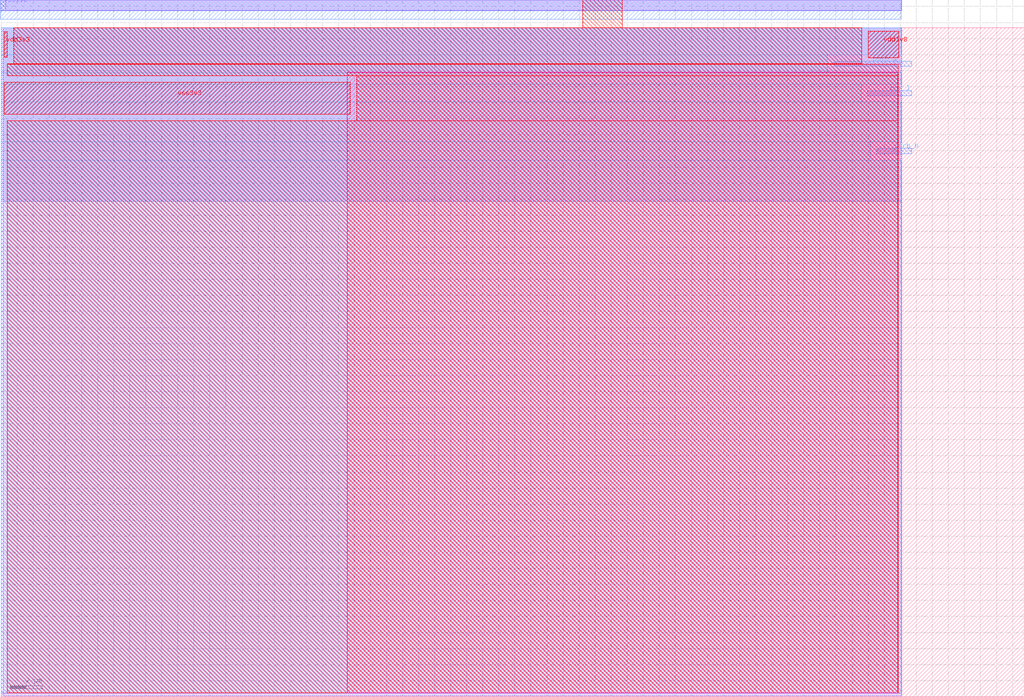
<source format=lef>
VERSION 5.7 ;
  NOWIREEXTENSIONATPIN ON ;
  DIVIDERCHAR "/" ;
  BUSBITCHARS "[]" ;
MACRO simple_por
  CLASS BLOCK ;
  FOREIGN simple_por ;
  ORIGIN 0.000 0.000 ;
  SIZE 63.720 BY 41.690 ;
  PIN vdd3v3
    DIRECTION INOUT ;
    USE POWER ;
    PORT
      LAYER met4 ;
        RECT 0.190 39.825 0.365 41.415 ;
    END
  END vdd3v3
  PIN vdd1v8
    DIRECTION INOUT ;
    USE POWER ;
    PORT
      LAYER met4 ;
        RECT 54.010 39.810 55.900 41.455 ;
    END
  END vdd1v8
  PIN vss3v3
    DIRECTION INOUT ;
    USE GROUND ;
    PORT
      LAYER met4 ;
        RECT 0.190 36.275 21.750 38.275 ;
    END
  END vss3v3
  PIN porb_h
    DIRECTION OUTPUT ;
    USE SIGNAL ;
    ANTENNADIFFAREA 0.340600 ;
    PORT
      LAYER met3 ;
        RECT 54.545 33.825 56.710 34.170 ;
    END
  END porb_h
  PIN por_l
    DIRECTION OUTPUT ;
    USE SIGNAL ;
    ANTENNADIFFAREA 0.340600 ;
    PORT
      LAYER met3 ;
        RECT 53.960 37.455 56.720 37.755 ;
    END
  END por_l
  PIN porb_l
    DIRECTION OUTPUT ;
    USE SIGNAL ;
    ANTENNADIFFAREA 0.340600 ;
    PORT
      LAYER met3 ;
        RECT 51.855 39.280 56.715 39.580 ;
    END
  END porb_l
  PIN vss1v8
    DIRECTION INOUT ;
    USE GROUND ;
    PORT
      LAYER met1 ;
        RECT -0.070 42.720 0.290 43.420 ;
    END
  END vss1v8
  OBS
      LAYER li1 ;
        RECT -0.070 42.760 56.090 43.380 ;
        RECT 0.000 0.180 56.090 41.690 ;
      LAYER met1 ;
        RECT 0.290 42.720 56.090 43.420 ;
        RECT 0.125 0.055 56.090 41.690 ;
      LAYER met2 ;
        RECT -0.070 42.720 56.090 43.420 ;
        RECT 0.000 30.880 56.090 41.690 ;
      LAYER met3 ;
        RECT -0.070 42.190 56.070 43.420 ;
        RECT 0.000 39.980 56.070 41.690 ;
        RECT 0.000 38.880 51.455 39.980 ;
        RECT 0.000 38.155 56.070 38.880 ;
        RECT 0.000 37.055 53.560 38.155 ;
        RECT 0.000 34.570 56.070 37.055 ;
        RECT 0.000 33.425 54.145 34.570 ;
        RECT 0.000 0.255 56.070 33.425 ;
      LAYER met4 ;
        RECT 36.240 41.690 38.680 43.420 ;
        RECT 0.765 39.425 53.610 41.690 ;
        RECT 0.365 39.410 53.610 39.425 ;
        RECT 0.365 38.675 55.890 39.410 ;
        RECT 22.150 35.875 55.890 38.675 ;
        RECT 0.365 0.255 55.890 35.875 ;
      LAYER met5 ;
        RECT 21.565 0.250 55.855 38.895 ;
  END
END simple_por
END LIBRARY


</source>
